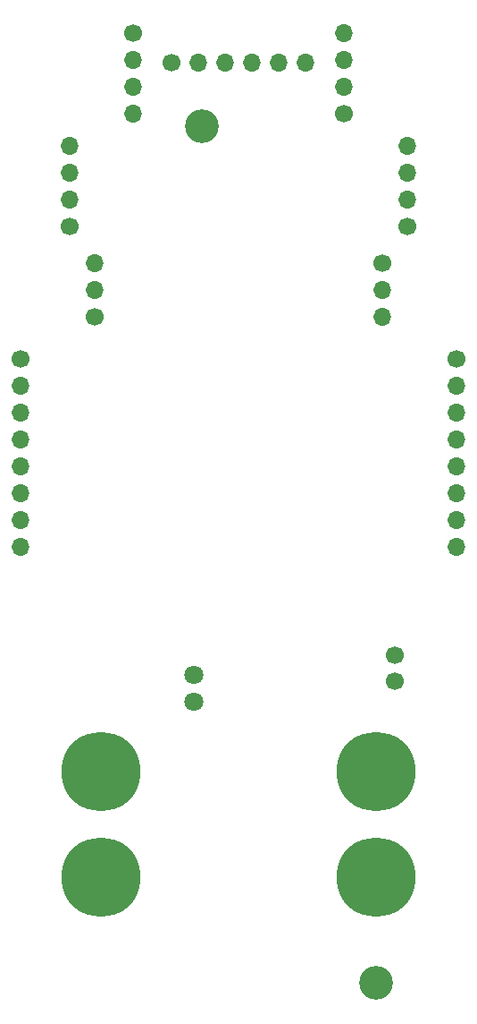
<source format=gbr>
%TF.GenerationSoftware,KiCad,Pcbnew,(6.0.1-0)*%
%TF.CreationDate,2024-02-14T14:00:18+01:00*%
%TF.ProjectId,dcload-control-board,64636c6f-6164-42d6-936f-6e74726f6c2d,rev?*%
%TF.SameCoordinates,Original*%
%TF.FileFunction,Soldermask,Bot*%
%TF.FilePolarity,Negative*%
%FSLAX46Y46*%
G04 Gerber Fmt 4.6, Leading zero omitted, Abs format (unit mm)*
G04 Created by KiCad (PCBNEW (6.0.1-0)) date 2024-02-14 14:00:18*
%MOMM*%
%LPD*%
G01*
G04 APERTURE LIST*
%ADD10C,1.700000*%
%ADD11C,7.500000*%
%ADD12O,1.700000X1.700000*%
%ADD13C,3.200000*%
%ADD14C,1.800000*%
G04 APERTURE END LIST*
D10*
%TO.C,J300*%
X164775000Y-115000000D03*
X164775000Y-117500000D03*
%TD*%
D11*
%TO.C,H301*%
X163000000Y-136000000D03*
%TD*%
D10*
%TO.C,J202*%
X134000000Y-74500000D03*
D12*
X134000000Y-71960000D03*
X134000000Y-69420000D03*
X134000000Y-66880000D03*
%TD*%
D13*
%TO.C,H101*%
X146500000Y-65000000D03*
%TD*%
D10*
%TO.C,J102*%
X163625000Y-77975000D03*
D12*
X163625000Y-80515000D03*
X163625000Y-83055000D03*
%TD*%
D14*
%TO.C,J104*%
X145800000Y-119400000D03*
X145800000Y-116860000D03*
%TD*%
D13*
%TO.C,H100*%
X163000000Y-146000000D03*
%TD*%
D10*
%TO.C,J201*%
X166000000Y-74500000D03*
D12*
X166000000Y-71960000D03*
X166000000Y-69420000D03*
X166000000Y-66880000D03*
%TD*%
D11*
%TO.C,H303*%
X137000000Y-136000000D03*
%TD*%
%TO.C,H300*%
X163000000Y-126000000D03*
%TD*%
D10*
%TO.C,J103*%
X136375000Y-83025000D03*
D12*
X136375000Y-80485000D03*
X136375000Y-77945000D03*
%TD*%
D10*
%TO.C,J200*%
X143650000Y-59000000D03*
D12*
X146190000Y-59000000D03*
X148730000Y-59000000D03*
X151270000Y-59000000D03*
X153810000Y-59000000D03*
X156350000Y-59000000D03*
%TD*%
D11*
%TO.C,H302*%
X137000000Y-126000000D03*
%TD*%
D10*
%TO.C,J101*%
X129320000Y-87000000D03*
D12*
X129320000Y-89540000D03*
X129320000Y-92080000D03*
X129320000Y-94620000D03*
X129320000Y-97160000D03*
X129320000Y-99700000D03*
X129320000Y-102240000D03*
X129320000Y-104780000D03*
%TD*%
D10*
%TO.C,J100*%
X170680000Y-87000000D03*
D12*
X170680000Y-89540000D03*
X170680000Y-92080000D03*
X170680000Y-94620000D03*
X170680000Y-97160000D03*
X170680000Y-99700000D03*
X170680000Y-102240000D03*
X170680000Y-104780000D03*
%TD*%
D10*
%TO.C,J500*%
X140000000Y-56190000D03*
D12*
X140000000Y-58730000D03*
X140000000Y-61270000D03*
X140000000Y-63810000D03*
%TD*%
D10*
%TO.C,J501*%
X160000000Y-63810000D03*
D12*
X160000000Y-61270000D03*
X160000000Y-58730000D03*
X160000000Y-56190000D03*
%TD*%
M02*

</source>
